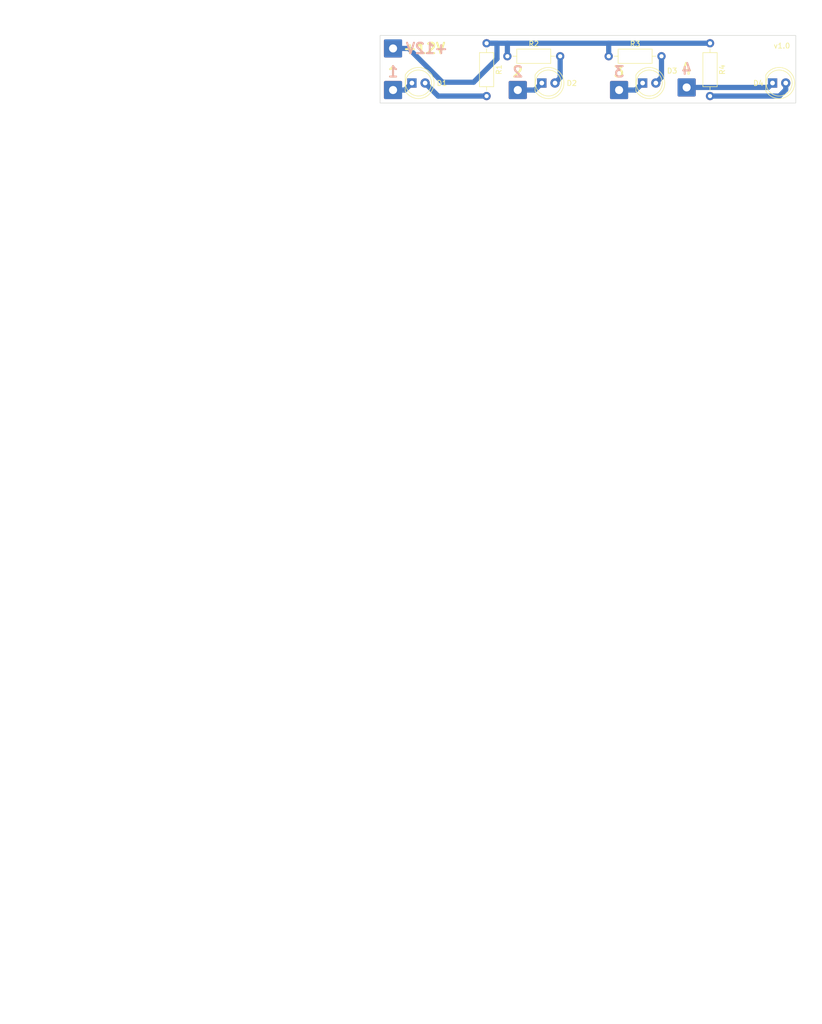
<source format=kicad_pcb>
(kicad_pcb (version 20211014) (generator pcbnew)
  (title_block (title "ABS Simulator LEDs a") (date "2022-09-20") (rev "1.0") (company "WTF eG") (comment 1 "author: marble") (comment 2 "project id: 2022019"))
  (layers (0 "F.Cu" signal) (31 "B.Cu" signal) (34 "B.Paste" user) (35 "F.Paste" user) (36 "B.SilkS" user "B.Silkscreen") (37 "F.SilkS" user "F.Silkscreen") (38 "B.Mask" user) (39 "F.Mask" user) (44 "Edge.Cuts" user))
  (property "version" "1.0")
  (net 0 "")
  (net 1 "Net-(D1-Pad1)")
  (net 2 "Net-(D1-Pad2)")
  (net 3 "Net-(D2-Pad1)")
  (net 4 "Net-(D2-Pad2)")
  (net 5 "Net-(D3-Pad1)")
  (net 6 "Net-(D3-Pad2)")
  (net 7 "Net-(D4-Pad1)")
  (net 8 "Net-(D4-Pad2)")
  (net 9 "+12V")
  (footprint "Connector_Wire:SolderWire-0.75sqmm_1x01_D1.25mm_OD3.5mm" (layer "F.Cu") (at 122.5 46.5)
    (fp_text reference "J3" hide)
    (fp_text value "Conn_01x01")
    (pad "1" thru_hole roundrect (at 0 0) (size 3.5 3.5) (drill 1.55) (layers *.Cu *.Mask) (roundrect_rratio 0.07142914286) (net 3 "Net-(D2-Pad1)"))
  )
  (footprint "Resistor_THT:R_Axial_DIN0207_L6.3mm_D2.5mm_P10.16mm_Horizontal" (layer "F.Cu") (at 140 40)
    (fp_text reference "R3" (at 5.08 -2.37) (layer "F.SilkS"))
    (fp_text value "680")
    (fp_line (start 8.35 1.37) (end 8.35 -1.37) (layer "F.SilkS") (width 0.12))
    (fp_line (start 1.81 -1.37) (end 1.81 1.37) (layer "F.SilkS") (width 0.12))
    (fp_line (start 1.04 0) (end 1.81 0) (layer "F.SilkS") (width 0.12))
    (fp_line (start 9.12 0) (end 8.35 0) (layer "F.SilkS") (width 0.12))
    (fp_line (start 1.81 1.37) (end 8.35 1.37) (layer "F.SilkS") (width 0.12))
    (fp_line (start 8.35 -1.37) (end 1.81 -1.37) (layer "F.SilkS") (width 0.12))
    (pad "1" thru_hole circle (at 0 0) (size 1.6 1.6) (drill 0.8) (layers *.Cu *.Mask) (net 9 "+12V"))
    (pad "2" thru_hole oval (at 10.16 0) (size 1.6 1.6) (drill 0.8) (layers *.Cu *.Mask) (net 6 "Net-(D3-Pad2)"))
  )
  (footprint "Resistor_THT:R_Axial_DIN0207_L6.3mm_D2.5mm_P10.16mm_Horizontal" (layer "F.Cu") (at 116.5 37.5 -90)
    (fp_text reference "R1" (at 5.08 -2.37 90) (layer "F.SilkS"))
    (fp_text value "680")
    (fp_line (start 8.35 -1.37) (end 1.81 -1.37) (layer "F.SilkS") (width 0.12))
    (fp_line (start 1.81 1.37) (end 8.35 1.37) (layer "F.SilkS") (width 0.12))
    (fp_line (start 1.04 0) (end 1.81 0) (layer "F.SilkS") (width 0.12))
    (fp_line (start 9.12 0) (end 8.35 0) (layer "F.SilkS") (width 0.12))
    (fp_line (start 8.35 1.37) (end 8.35 -1.37) (layer "F.SilkS") (width 0.12))
    (fp_line (start 1.81 -1.37) (end 1.81 1.37) (layer "F.SilkS") (width 0.12))
    (pad "1" thru_hole circle (at 0 0 270) (size 1.6 1.6) (drill 0.8) (layers *.Cu *.Mask) (net 9 "+12V"))
    (pad "2" thru_hole oval (at 10.16 0 270) (size 1.6 1.6) (drill 0.8) (layers *.Cu *.Mask) (net 2 "Net-(D1-Pad2)"))
  )
  (footprint "LED_THT:LED_D5.0mm" (layer "F.Cu") (at 146.529999 45.15)
    (fp_text reference "D3" (at 5.670002 -2.34 180) (layer "F.SilkS"))
    (fp_text value "LED")
    (fp_line (start -1.29 -1.545) (end -1.29 1.545) (layer "F.SilkS") (width 0.12))
    (fp_arc (start 4.26 -0.000462) (mid 2.072002 2.880433) (end -1.29 1.54483) (layer "F.SilkS") (width 0.12))
    (fp_arc (start -1.29 -1.54483) (mid 2.072002 -2.880433) (end 4.26 0.000462) (layer "F.SilkS") (width 0.12))
    (fp_circle (center 1.27 0) (end 3.77 0) (layer "F.SilkS") (width 0.12) (fill none))
    (pad "1" thru_hole rect (at 0 0) (size 1.8 1.8) (drill 0.9) (layers *.Cu *.Mask) (net 5 "Net-(D3-Pad1)"))
    (pad "2" thru_hole circle (at 2.54 0) (size 1.8 1.8) (drill 0.9) (layers *.Cu *.Mask) (net 6 "Net-(D3-Pad2)"))
  )
  (footprint "LED_THT:LED_D5.0mm" (layer "F.Cu") (at 171.53 45.15)
    (fp_text reference "D4" (at -2.73 0.04) (layer "F.SilkS"))
    (fp_text value "LED")
    (fp_line (start -1.29 -1.545) (end -1.29 1.545) (layer "F.SilkS") (width 0.12))
    (fp_arc (start 4.26 -0.000462) (mid 2.072002 2.880433) (end -1.29 1.54483) (layer "F.SilkS") (width 0.12))
    (fp_arc (start -1.29 -1.54483) (mid 2.072002 -2.880433) (end 4.26 0.000462) (layer "F.SilkS") (width 0.12))
    (fp_circle (center 1.27 0) (end 3.77 0) (layer "F.SilkS") (width 0.12) (fill none))
    (pad "1" thru_hole rect (at 0 0) (size 1.8 1.8) (drill 0.9) (layers *.Cu *.Mask) (net 7 "Net-(D4-Pad1)"))
    (pad "2" thru_hole circle (at 2.54 0) (size 1.8 1.8) (drill 0.9) (layers *.Cu *.Mask) (net 8 "Net-(D4-Pad2)"))
  )
  (footprint "Connector_Wire:SolderWire-0.75sqmm_1x01_D1.25mm_OD3.5mm" (layer "F.Cu") (at 155 46)
    (fp_text reference "J5" hide)
    (fp_text value "Conn_01x01")
    (pad "1" thru_hole roundrect (at 0 0) (size 3.5 3.5) (drill 1.55) (layers *.Cu *.Mask) (roundrect_rratio 0.07142914286) (net 7 "Net-(D4-Pad1)"))
  )
  (footprint "Connector_Wire:SolderWire-0.75sqmm_1x01_D1.25mm_OD3.5mm" (layer "F.Cu") (at 98.5 38.5)
    (fp_text reference "J1" hide)
    (fp_text value "Conn_01x01")
    (pad "1" thru_hole roundrect (at 0 0) (size 3.5 3.5) (drill 1.55) (layers *.Cu *.Mask) (roundrect_rratio 0.07142914286) (net 9 "+12V"))
  )
  (footprint "Connector_Wire:SolderWire-0.75sqmm_1x01_D1.25mm_OD3.5mm" (layer "F.Cu") (at 98.5 46.5)
    (fp_text reference "J2" hide)
    (fp_text value "Conn_01x01")
    (pad "1" thru_hole roundrect (at 0 0) (size 3.5 3.5) (drill 1.55) (layers *.Cu *.Mask) (roundrect_rratio 0.07142914286) (net 1 "Net-(D1-Pad1)"))
  )
  (footprint "LED_THT:LED_D5.0mm" (layer "F.Cu") (at 102.13 45.15)
    (fp_text reference "D1" (at 5.77 0.04) (layer "F.SilkS"))
    (fp_text value "LED")
    (fp_line (start -1.29 -1.545) (end -1.29 1.545) (layer "F.SilkS") (width 0.12))
    (fp_arc (start -1.29 -1.54483) (mid 2.072002 -2.880433) (end 4.26 0.000462) (layer "F.SilkS") (width 0.12))
    (fp_arc (start 4.26 -0.000462) (mid 2.072002 2.880433) (end -1.29 1.54483) (layer "F.SilkS") (width 0.12))
    (fp_circle (center 1.27 0) (end 3.77 0) (layer "F.SilkS") (width 0.12) (fill none))
    (pad "1" thru_hole rect (at 0 0) (size 1.8 1.8) (drill 0.9) (layers *.Cu *.Mask) (net 1 "Net-(D1-Pad1)"))
    (pad "2" thru_hole circle (at 2.54 0) (size 1.8 1.8) (drill 0.9) (layers *.Cu *.Mask) (net 2 "Net-(D1-Pad2)"))
  )
  (footprint "Resistor_THT:R_Axial_DIN0207_L6.3mm_D2.5mm_P10.16mm_Horizontal" (layer "F.Cu") (at 159.5 37.5 -90)
    (fp_text reference "R4" (at 5.08 -2.37 90) (layer "F.SilkS"))
    (fp_text value "680")
    (fp_line (start 1.04 0) (end 1.81 0) (layer "F.SilkS") (width 0.12))
    (fp_line (start 1.81 -1.37) (end 1.81 1.37) (layer "F.SilkS") (width 0.12))
    (fp_line (start 8.35 -1.37) (end 1.81 -1.37) (layer "F.SilkS") (width 0.12))
    (fp_line (start 1.81 1.37) (end 8.35 1.37) (layer "F.SilkS") (width 0.12))
    (fp_line (start 9.12 0) (end 8.35 0) (layer "F.SilkS") (width 0.12))
    (fp_line (start 8.35 1.37) (end 8.35 -1.37) (layer "F.SilkS") (width 0.12))
    (pad "1" thru_hole circle (at 0 0 270) (size 1.6 1.6) (drill 0.8) (layers *.Cu *.Mask) (net 9 "+12V"))
    (pad "2" thru_hole oval (at 10.16 0 270) (size 1.6 1.6) (drill 0.8) (layers *.Cu *.Mask) (net 8 "Net-(D4-Pad2)"))
  )
  (footprint "MountingHole:MountingHole_4.5mm" (layer "F.Cu") (at 110.1 40.95)
    (fp_text reference "H1" hide)
    (fp_text value "MountingHole")
    (pad "" np_thru_hole circle (at 0 0) (size 4.5 4.5) (drill 4.5) (layers *.Cu *.Mask))
  )
  (footprint "Resistor_THT:R_Axial_DIN0207_L6.3mm_D2.5mm_P10.16mm_Horizontal" (layer "F.Cu") (at 120.5 40)
    (fp_text reference "R2" (at 5.08 -2.37) (layer "F.SilkS"))
    (fp_text value "680")
    (fp_line (start 8.35 -1.37) (end 1.81 -1.37) (layer "F.SilkS") (width 0.12))
    (fp_line (start 1.04 0) (end 1.81 0) (layer "F.SilkS") (width 0.12))
    (fp_line (start 1.81 -1.37) (end 1.81 1.37) (layer "F.SilkS") (width 0.12))
    (fp_line (start 8.35 1.37) (end 8.35 -1.37) (layer "F.SilkS") (width 0.12))
    (fp_line (start 9.12 0) (end 8.35 0) (layer "F.SilkS") (width 0.12))
    (fp_line (start 1.81 1.37) (end 8.35 1.37) (layer "F.SilkS") (width 0.12))
    (pad "1" thru_hole circle (at 0 0) (size 1.6 1.6) (drill 0.8) (layers *.Cu *.Mask) (net 9 "+12V"))
    (pad "2" thru_hole oval (at 10.16 0) (size 1.6 1.6) (drill 0.8) (layers *.Cu *.Mask) (net 4 "Net-(D2-Pad2)"))
  )
  (footprint "LED_THT:LED_D5.0mm" (layer "F.Cu") (at 127.125 45.15)
    (fp_text reference "D2" (at 5.77 0.04) (layer "F.SilkS"))
    (fp_text value "LED")
    (fp_line (start -1.29 -1.545) (end -1.29 1.545) (layer "F.SilkS") (width 0.12))
    (fp_arc (start 4.26 -0.000462) (mid 2.072002 2.880433) (end -1.29 1.54483) (layer "F.SilkS") (width 0.12))
    (fp_arc (start -1.29 -1.54483) (mid 2.072002 -2.880433) (end 4.26 0.000462) (layer "F.SilkS") (width 0.12))
    (fp_circle (center 1.27 0) (end 3.77 0) (layer "F.SilkS") (width 0.12) (fill none))
    (pad "1" thru_hole rect (at 0 0) (size 1.8 1.8) (drill 0.9) (layers *.Cu *.Mask) (net 3 "Net-(D2-Pad1)"))
    (pad "2" thru_hole circle (at 2.54 0) (size 1.8 1.8) (drill 0.9) (layers *.Cu *.Mask) (net 4 "Net-(D2-Pad2)"))
  )
  (footprint "Connector_Wire:SolderWire-0.75sqmm_1x01_D1.25mm_OD3.5mm" (layer "F.Cu") (at 142 46.5)
    (fp_text reference "J4" hide)
    (fp_text value "Conn_01x01")
    (pad "1" thru_hole roundrect (at 0 0) (size 3.5 3.5) (drill 1.55) (layers *.Cu *.Mask) (roundrect_rratio 0.07142914286) (net 5 "Net-(D3-Pad1)"))
  )
  (footprint "MountingHole:MountingHole_4.5mm" (layer "F.Cu") (at 166.1 40.95)
    (fp_text reference "H2" hide)
    (fp_text value "MountingHole")
    (pad "" np_thru_hole circle (at 0 0) (size 4.5 4.5) (drill 4.5) (layers *.Cu *.Mask))
  )
  (gr_rect (start 96 36) (end 176 49) (layer "Edge.Cuts") (width 0.1) (fill none))
  (gr_text "1" (at 98.5 43) (layer "B.SilkS") (effects (font (size 2 2) (thickness 0.4)) (justify mirror)))
  (gr_text "4" (at 155.00797 42.493696) (layer "B.SilkS") (effects (font (size 2 2) (thickness 0.4)) (justify mirror)))
  (gr_text "3" (at 142.00797 42.993696) (layer "B.SilkS") (effects (font (size 2 2) (thickness 0.4)) (justify mirror)))
  (gr_text "2" (at 122.5 43) (layer "B.SilkS") (effects (font (size 2 2) (thickness 0.4)) (justify mirror)))
  (gr_text "+12V" (at 105 38.5) (layer "B.SilkS") (effects (font (size 2 2) (thickness 0.4)) (justify mirror)))
  (gr_text "1" (at 98.5 43) (layer "F.SilkS") (effects (font (size 2 2) (thickness 0.4))))
  (gr_text "2" (at 122.49203 42.993696) (layer "F.SilkS") (effects (font (size 2 2) (thickness 0.4))))
  (gr_text "+12V" (at 104.5 38.5) (layer "F.SilkS") (effects (font (size 2 2) (thickness 0.4))))
  (gr_text "v${version}" (at 175 38) (layer "F.SilkS") (effects (font (size 1 1)) (justify right)))
  (gr_text "4" (at 154.981687 42.47873) (layer "F.SilkS") (effects (font (size 2 2) (thickness 0.4))))
  (gr_text "3" (at 141.99203 42.993696) (layer "F.SilkS") (effects (font (size 2 2) (thickness 0.4))))
  (segment (start 98.5 46.5) (end 100.78 46.5) (width 1) (layer "B.Cu") (net 1))
  (segment (start 100.78 46.5) (end 102.13 45.15) (width 1) (layer "B.Cu") (net 1))
  (segment (start 116.5 47.66) (end 107.18 47.66) (width 1) (layer "B.Cu") (net 2))
  (segment (start 107.18 47.66) (end 104.67 45.15) (width 1) (layer "B.Cu") (net 2))
  (segment (start 125.775 46.5) (end 127.125 45.15) (width 1) (layer "B.Cu") (net 3))
  (segment (start 122.5 46.5) (end 125.775 46.5) (width 1) (layer "B.Cu") (net 3))
  (segment (start 130.66 40) (end 130.66 44.155) (width 1) (layer "B.Cu") (net 4))
  (segment (start 130.66 44.155) (end 129.665 45.15) (width 1) (layer "B.Cu") (net 4))
  (segment (start 142 46.5) (end 145.179999 46.5) (width 1) (layer "B.Cu") (net 5))
  (segment (start 145.179999 46.5) (end 146.529999 45.15) (width 1) (layer "B.Cu") (net 5))
  (segment (start 150.16 44.059999) (end 149.069999 45.15) (width 1) (layer "B.Cu") (net 6))
  (segment (start 150.16 40) (end 150.16 44.059999) (width 1) (layer "B.Cu") (net 6))
  (segment (start 155 46) (end 170.68 46) (width 1) (layer "B.Cu") (net 7))
  (segment (start 170.68 46) (end 171.53 45.15) (width 1) (layer "B.Cu") (net 7))
  (segment (start 172.84 47.66) (end 174.07 46.43) (width 1) (layer "B.Cu") (net 8))
  (segment (start 174.07 46.43) (end 174.07 45.15) (width 1) (layer "B.Cu") (net 8))
  (segment (start 159.5 47.66) (end 172.84 47.66) (width 1) (layer "B.Cu") (net 8))
  (segment (start 120.5 37.5) (end 140 37.5) (width 1) (layer "B.Cu") (net 9))
  (segment (start 108 45) (end 114 45) (width 1) (layer "B.Cu") (net 9))
  (segment (start 140 37.5) (end 159.5 37.5) (width 1) (layer "B.Cu") (net 9))
  (segment (start 114 45) (end 118.5 40.5) (width 1) (layer "B.Cu") (net 9))
  (segment (start 101.5 38.5) (end 108 45) (width 1) (layer "B.Cu") (net 9))
  (segment (start 116.5 37.5) (end 120.5 37.5) (width 1) (layer "B.Cu") (net 9))
  (segment (start 98.5 38.5) (end 101.5 38.5) (width 1) (layer "B.Cu") (net 9))
  (segment (start 118.5 37.5) (end 116.5 37.5) (width 1) (layer "B.Cu") (net 9))
  (segment (start 118.5 40.5) (end 118.5 37.5) (width 1) (layer "B.Cu") (net 9))
  (segment (start 120.5 40) (end 120.5 37.5) (width 1) (layer "B.Cu") (net 9))
  (segment (start 140 40) (end 140 37.5) (width 1) (layer "B.Cu") (net 9))
)
</source>
